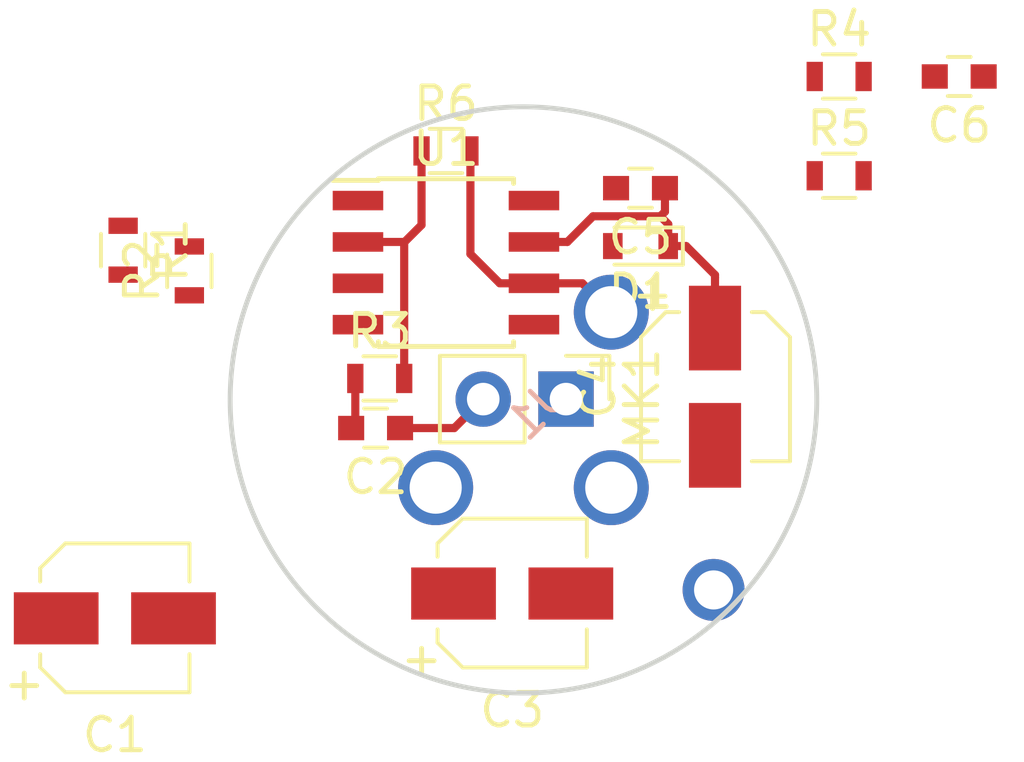
<source format=kicad_pcb>
(kicad_pcb (version 4) (host pcbnew 4.0.7-e2-6376~58~ubuntu16.04.1)

  (general
    (links 27)
    (no_connects 18)
    (area 143.924999 44.924999 162.075001 63.075001)
    (thickness 1.6)
    (drawings 1)
    (tracks 28)
    (zones 0)
    (modules 16)
    (nets 9)
  )

  (page A4)
  (layers
    (0 F.Cu signal)
    (31 B.Cu signal)
    (32 B.Adhes user)
    (33 F.Adhes user)
    (34 B.Paste user)
    (35 F.Paste user)
    (36 B.SilkS user)
    (37 F.SilkS user)
    (38 B.Mask user)
    (39 F.Mask user)
    (40 Dwgs.User user)
    (41 Cmts.User user)
    (42 Eco1.User user)
    (43 Eco2.User user)
    (44 Edge.Cuts user)
    (45 Margin user)
    (46 B.CrtYd user)
    (47 F.CrtYd user)
    (48 B.Fab user)
    (49 F.Fab user)
  )

  (setup
    (last_trace_width 0.25)
    (trace_clearance 0.39)
    (zone_clearance 0.508)
    (zone_45_only no)
    (trace_min 0.2)
    (segment_width 0.2)
    (edge_width 0.15)
    (via_size 0.6)
    (via_drill 0.4)
    (via_min_size 0.4)
    (via_min_drill 0.3)
    (uvia_size 0.3)
    (uvia_drill 0.1)
    (uvias_allowed no)
    (uvia_min_size 0.2)
    (uvia_min_drill 0.1)
    (pcb_text_width 0.3)
    (pcb_text_size 1.5 1.5)
    (mod_edge_width 0.15)
    (mod_text_size 1 1)
    (mod_text_width 0.15)
    (pad_size 1.524 1.524)
    (pad_drill 0.762)
    (pad_to_mask_clearance 0.2)
    (aux_axis_origin 0 0)
    (visible_elements FFFCFF7F)
    (pcbplotparams
      (layerselection 0x00030_80000001)
      (usegerberextensions false)
      (excludeedgelayer true)
      (linewidth 0.100000)
      (plotframeref false)
      (viasonmask false)
      (mode 1)
      (useauxorigin false)
      (hpglpennumber 1)
      (hpglpenspeed 20)
      (hpglpendiameter 15)
      (hpglpenoverlay 2)
      (psnegative false)
      (psa4output false)
      (plotreference true)
      (plotvalue true)
      (plotinvisibletext false)
      (padsonsilk false)
      (subtractmaskfromsilk false)
      (outputformat 1)
      (mirror false)
      (drillshape 1)
      (scaleselection 1)
      (outputdirectory ""))
  )

  (net 0 "")
  (net 1 "Net-(C1-Pad1)")
  (net 2 GNDA)
  (net 3 "Net-(C2-Pad2)")
  (net 4 "Net-(C2-Pad1)")
  (net 5 "Net-(C3-Pad1)")
  (net 6 VCC)
  (net 7 "Net-(D1-Pad2)")
  (net 8 "Net-(R3-Pad2)")

  (net_class Default "This is the default net class."
    (clearance 0.39)
    (trace_width 0.25)
    (via_dia 0.6)
    (via_drill 0.4)
    (uvia_dia 0.3)
    (uvia_drill 0.1)
    (add_net GNDA)
    (add_net "Net-(C1-Pad1)")
    (add_net "Net-(C2-Pad1)")
    (add_net "Net-(C2-Pad2)")
    (add_net "Net-(C3-Pad1)")
    (add_net "Net-(D1-Pad2)")
    (add_net "Net-(R3-Pad2)")
    (add_net VCC)
  )

  (module Housings_SOIC:SOIC-8_3.9x4.9mm_Pitch1.27mm (layer F.Cu) (tedit 58CD0CDA) (tstamp 5A1425DF)
    (at 150.622 49.784)
    (descr "8-Lead Plastic Small Outline (SN) - Narrow, 3.90 mm Body [SOIC] (see Microchip Packaging Specification 00000049BS.pdf)")
    (tags "SOIC 1.27")
    (path /5A148F2B)
    (attr smd)
    (fp_text reference U1 (at 0 -3.5) (layer F.SilkS)
      (effects (font (size 1 1) (thickness 0.15)))
    )
    (fp_text value TLE2021 (at 0 3.5) (layer F.Fab)
      (effects (font (size 1 1) (thickness 0.15)))
    )
    (fp_text user %R (at 0 0) (layer F.Fab)
      (effects (font (size 1 1) (thickness 0.15)))
    )
    (fp_line (start -0.95 -2.45) (end 1.95 -2.45) (layer F.Fab) (width 0.1))
    (fp_line (start 1.95 -2.45) (end 1.95 2.45) (layer F.Fab) (width 0.1))
    (fp_line (start 1.95 2.45) (end -1.95 2.45) (layer F.Fab) (width 0.1))
    (fp_line (start -1.95 2.45) (end -1.95 -1.45) (layer F.Fab) (width 0.1))
    (fp_line (start -1.95 -1.45) (end -0.95 -2.45) (layer F.Fab) (width 0.1))
    (fp_line (start -3.73 -2.7) (end -3.73 2.7) (layer F.CrtYd) (width 0.05))
    (fp_line (start 3.73 -2.7) (end 3.73 2.7) (layer F.CrtYd) (width 0.05))
    (fp_line (start -3.73 -2.7) (end 3.73 -2.7) (layer F.CrtYd) (width 0.05))
    (fp_line (start -3.73 2.7) (end 3.73 2.7) (layer F.CrtYd) (width 0.05))
    (fp_line (start -2.075 -2.575) (end -2.075 -2.525) (layer F.SilkS) (width 0.15))
    (fp_line (start 2.075 -2.575) (end 2.075 -2.43) (layer F.SilkS) (width 0.15))
    (fp_line (start 2.075 2.575) (end 2.075 2.43) (layer F.SilkS) (width 0.15))
    (fp_line (start -2.075 2.575) (end -2.075 2.43) (layer F.SilkS) (width 0.15))
    (fp_line (start -2.075 -2.575) (end 2.075 -2.575) (layer F.SilkS) (width 0.15))
    (fp_line (start -2.075 2.575) (end 2.075 2.575) (layer F.SilkS) (width 0.15))
    (fp_line (start -2.075 -2.525) (end -3.475 -2.525) (layer F.SilkS) (width 0.15))
    (pad 1 smd rect (at -2.7 -1.905) (size 1.55 0.6) (layers F.Cu F.Paste F.Mask))
    (pad 2 smd rect (at -2.7 -0.635) (size 1.55 0.6) (layers F.Cu F.Paste F.Mask)
      (net 8 "Net-(R3-Pad2)"))
    (pad 3 smd rect (at -2.7 0.635) (size 1.55 0.6) (layers F.Cu F.Paste F.Mask)
      (net 5 "Net-(C3-Pad1)"))
    (pad 4 smd rect (at -2.7 1.905) (size 1.55 0.6) (layers F.Cu F.Paste F.Mask)
      (net 2 GNDA))
    (pad 5 smd rect (at 2.7 1.905) (size 1.55 0.6) (layers F.Cu F.Paste F.Mask))
    (pad 6 smd rect (at 2.7 0.635) (size 1.55 0.6) (layers F.Cu F.Paste F.Mask)
      (net 7 "Net-(D1-Pad2)"))
    (pad 7 smd rect (at 2.7 -0.635) (size 1.55 0.6) (layers F.Cu F.Paste F.Mask)
      (net 6 VCC))
    (pad 8 smd rect (at 2.7 -1.905) (size 1.55 0.6) (layers F.Cu F.Paste F.Mask))
    (model ${KISYS3DMOD}/Housings_SOIC.3dshapes/SOIC-8_3.9x4.9mm_Pitch1.27mm.wrl
      (at (xyz 0 0 0))
      (scale (xyz 1 1 1))
      (rotate (xyz 0 0 0))
    )
  )

  (module Capacitors_SMD:CP_Elec_4x4.5 (layer F.Cu) (tedit 58AA85E3) (tstamp 5A14257D)
    (at 140.462 60.706)
    (descr "SMT capacitor, aluminium electrolytic, 4x4.5")
    (path /5A1408CC)
    (attr smd)
    (fp_text reference C1 (at 0 3.58 180) (layer F.SilkS)
      (effects (font (size 1 1) (thickness 0.15)))
    )
    (fp_text value 22u (at 0 -3.45 180) (layer F.Fab)
      (effects (font (size 1 1) (thickness 0.15)))
    )
    (fp_circle (center 0 0) (end 0.1 2.1) (layer F.Fab) (width 0.1))
    (fp_text user + (at -1.24 -0.08) (layer F.Fab)
      (effects (font (size 1 1) (thickness 0.15)))
    )
    (fp_text user + (at -2.78 1.99 180) (layer F.SilkS)
      (effects (font (size 1 1) (thickness 0.15)))
    )
    (fp_text user %R (at 0 3.58 180) (layer F.Fab)
      (effects (font (size 1 1) (thickness 0.15)))
    )
    (fp_line (start 2.13 2.12) (end 2.13 -2.15) (layer F.Fab) (width 0.1))
    (fp_line (start -1.46 2.12) (end 2.13 2.12) (layer F.Fab) (width 0.1))
    (fp_line (start -2.13 1.45) (end -1.46 2.12) (layer F.Fab) (width 0.1))
    (fp_line (start -2.13 -1.47) (end -2.13 1.45) (layer F.Fab) (width 0.1))
    (fp_line (start -1.46 -2.15) (end -2.13 -1.47) (layer F.Fab) (width 0.1))
    (fp_line (start 2.13 -2.15) (end -1.46 -2.15) (layer F.Fab) (width 0.1))
    (fp_line (start 2.29 -2.3) (end 2.29 -1.13) (layer F.SilkS) (width 0.12))
    (fp_line (start 2.29 2.27) (end 2.29 1.1) (layer F.SilkS) (width 0.12))
    (fp_line (start -2.29 1.51) (end -2.29 1.1) (layer F.SilkS) (width 0.12))
    (fp_line (start -2.29 -1.54) (end -2.29 -1.13) (layer F.SilkS) (width 0.12))
    (fp_line (start -1.52 -2.3) (end 2.29 -2.3) (layer F.SilkS) (width 0.12))
    (fp_line (start -1.52 -2.3) (end -2.29 -1.54) (layer F.SilkS) (width 0.12))
    (fp_line (start -1.52 2.27) (end 2.29 2.27) (layer F.SilkS) (width 0.12))
    (fp_line (start -1.52 2.27) (end -2.29 1.51) (layer F.SilkS) (width 0.12))
    (fp_line (start -3.35 -2.4) (end 3.35 -2.4) (layer F.CrtYd) (width 0.05))
    (fp_line (start -3.35 -2.4) (end -3.35 2.37) (layer F.CrtYd) (width 0.05))
    (fp_line (start 3.35 2.37) (end 3.35 -2.4) (layer F.CrtYd) (width 0.05))
    (fp_line (start 3.35 2.37) (end -3.35 2.37) (layer F.CrtYd) (width 0.05))
    (pad 1 smd rect (at -1.8 0 180) (size 2.6 1.6) (layers F.Cu F.Paste F.Mask)
      (net 1 "Net-(C1-Pad1)"))
    (pad 2 smd rect (at 1.8 0 180) (size 2.6 1.6) (layers F.Cu F.Paste F.Mask)
      (net 2 GNDA))
    (model Capacitors_SMD.3dshapes/CP_Elec_4x4.5.wrl
      (at (xyz 0 0 0))
      (scale (xyz 1 1 1))
      (rotate (xyz 0 0 180))
    )
  )

  (module Capacitors_SMD:C_0603 (layer F.Cu) (tedit 59958EE7) (tstamp 5A142583)
    (at 148.463 54.864 180)
    (descr "Capacitor SMD 0603, reflow soldering, AVX (see smccp.pdf)")
    (tags "capacitor 0603")
    (path /5A1408C9)
    (attr smd)
    (fp_text reference C2 (at 0 -1.5 180) (layer F.SilkS)
      (effects (font (size 1 1) (thickness 0.15)))
    )
    (fp_text value 470n (at 0 1.5 180) (layer F.Fab)
      (effects (font (size 1 1) (thickness 0.15)))
    )
    (fp_line (start 1.4 0.65) (end -1.4 0.65) (layer F.CrtYd) (width 0.05))
    (fp_line (start 1.4 0.65) (end 1.4 -0.65) (layer F.CrtYd) (width 0.05))
    (fp_line (start -1.4 -0.65) (end -1.4 0.65) (layer F.CrtYd) (width 0.05))
    (fp_line (start -1.4 -0.65) (end 1.4 -0.65) (layer F.CrtYd) (width 0.05))
    (fp_line (start 0.35 0.6) (end -0.35 0.6) (layer F.SilkS) (width 0.12))
    (fp_line (start -0.35 -0.6) (end 0.35 -0.6) (layer F.SilkS) (width 0.12))
    (fp_line (start -0.8 -0.4) (end 0.8 -0.4) (layer F.Fab) (width 0.1))
    (fp_line (start 0.8 -0.4) (end 0.8 0.4) (layer F.Fab) (width 0.1))
    (fp_line (start 0.8 0.4) (end -0.8 0.4) (layer F.Fab) (width 0.1))
    (fp_line (start -0.8 0.4) (end -0.8 -0.4) (layer F.Fab) (width 0.1))
    (fp_text user %R (at 0 0 180) (layer F.Fab)
      (effects (font (size 0.3 0.3) (thickness 0.075)))
    )
    (pad 2 smd rect (at 0.75 0 180) (size 0.8 0.75) (layers F.Cu F.Paste F.Mask)
      (net 3 "Net-(C2-Pad2)"))
    (pad 1 smd rect (at -0.75 0 180) (size 0.8 0.75) (layers F.Cu F.Paste F.Mask)
      (net 4 "Net-(C2-Pad1)"))
    (model Capacitors_SMD.3dshapes/C_0603.wrl
      (at (xyz 0 0 0))
      (scale (xyz 1 1 1))
      (rotate (xyz 0 0 0))
    )
  )

  (module Capacitors_SMD:CP_Elec_4x4.5 (layer F.Cu) (tedit 58AA85E3) (tstamp 5A142589)
    (at 152.654 59.944)
    (descr "SMT capacitor, aluminium electrolytic, 4x4.5")
    (path /5A1408D2)
    (attr smd)
    (fp_text reference C3 (at 0 3.58 180) (layer F.SilkS)
      (effects (font (size 1 1) (thickness 0.15)))
    )
    (fp_text value 22u (at 0 -3.45 180) (layer F.Fab)
      (effects (font (size 1 1) (thickness 0.15)))
    )
    (fp_circle (center 0 0) (end 0.1 2.1) (layer F.Fab) (width 0.1))
    (fp_text user + (at -1.24 -0.08) (layer F.Fab)
      (effects (font (size 1 1) (thickness 0.15)))
    )
    (fp_text user + (at -2.78 1.99 180) (layer F.SilkS)
      (effects (font (size 1 1) (thickness 0.15)))
    )
    (fp_text user %R (at 0 3.58 180) (layer F.Fab)
      (effects (font (size 1 1) (thickness 0.15)))
    )
    (fp_line (start 2.13 2.12) (end 2.13 -2.15) (layer F.Fab) (width 0.1))
    (fp_line (start -1.46 2.12) (end 2.13 2.12) (layer F.Fab) (width 0.1))
    (fp_line (start -2.13 1.45) (end -1.46 2.12) (layer F.Fab) (width 0.1))
    (fp_line (start -2.13 -1.47) (end -2.13 1.45) (layer F.Fab) (width 0.1))
    (fp_line (start -1.46 -2.15) (end -2.13 -1.47) (layer F.Fab) (width 0.1))
    (fp_line (start 2.13 -2.15) (end -1.46 -2.15) (layer F.Fab) (width 0.1))
    (fp_line (start 2.29 -2.3) (end 2.29 -1.13) (layer F.SilkS) (width 0.12))
    (fp_line (start 2.29 2.27) (end 2.29 1.1) (layer F.SilkS) (width 0.12))
    (fp_line (start -2.29 1.51) (end -2.29 1.1) (layer F.SilkS) (width 0.12))
    (fp_line (start -2.29 -1.54) (end -2.29 -1.13) (layer F.SilkS) (width 0.12))
    (fp_line (start -1.52 -2.3) (end 2.29 -2.3) (layer F.SilkS) (width 0.12))
    (fp_line (start -1.52 -2.3) (end -2.29 -1.54) (layer F.SilkS) (width 0.12))
    (fp_line (start -1.52 2.27) (end 2.29 2.27) (layer F.SilkS) (width 0.12))
    (fp_line (start -1.52 2.27) (end -2.29 1.51) (layer F.SilkS) (width 0.12))
    (fp_line (start -3.35 -2.4) (end 3.35 -2.4) (layer F.CrtYd) (width 0.05))
    (fp_line (start -3.35 -2.4) (end -3.35 2.37) (layer F.CrtYd) (width 0.05))
    (fp_line (start 3.35 2.37) (end 3.35 -2.4) (layer F.CrtYd) (width 0.05))
    (fp_line (start 3.35 2.37) (end -3.35 2.37) (layer F.CrtYd) (width 0.05))
    (pad 1 smd rect (at -1.8 0 180) (size 2.6 1.6) (layers F.Cu F.Paste F.Mask)
      (net 5 "Net-(C3-Pad1)"))
    (pad 2 smd rect (at 1.8 0 180) (size 2.6 1.6) (layers F.Cu F.Paste F.Mask)
      (net 2 GNDA))
    (model Capacitors_SMD.3dshapes/CP_Elec_4x4.5.wrl
      (at (xyz 0 0 0))
      (scale (xyz 1 1 1))
      (rotate (xyz 0 0 180))
    )
  )

  (module Capacitors_SMD:CP_Elec_4x4.5 (layer F.Cu) (tedit 58AA85E3) (tstamp 5A14258F)
    (at 158.877 53.594 270)
    (descr "SMT capacitor, aluminium electrolytic, 4x4.5")
    (path /5A14D5E6)
    (attr smd)
    (fp_text reference C4 (at 0 3.58 450) (layer F.SilkS)
      (effects (font (size 1 1) (thickness 0.15)))
    )
    (fp_text value 22u (at 0 -3.45 450) (layer F.Fab)
      (effects (font (size 1 1) (thickness 0.15)))
    )
    (fp_circle (center 0 0) (end 0.1 2.1) (layer F.Fab) (width 0.1))
    (fp_text user + (at -1.24 -0.08 270) (layer F.Fab)
      (effects (font (size 1 1) (thickness 0.15)))
    )
    (fp_text user + (at -2.78 1.99 450) (layer F.SilkS)
      (effects (font (size 1 1) (thickness 0.15)))
    )
    (fp_text user %R (at 0 3.58 450) (layer F.Fab)
      (effects (font (size 1 1) (thickness 0.15)))
    )
    (fp_line (start 2.13 2.12) (end 2.13 -2.15) (layer F.Fab) (width 0.1))
    (fp_line (start -1.46 2.12) (end 2.13 2.12) (layer F.Fab) (width 0.1))
    (fp_line (start -2.13 1.45) (end -1.46 2.12) (layer F.Fab) (width 0.1))
    (fp_line (start -2.13 -1.47) (end -2.13 1.45) (layer F.Fab) (width 0.1))
    (fp_line (start -1.46 -2.15) (end -2.13 -1.47) (layer F.Fab) (width 0.1))
    (fp_line (start 2.13 -2.15) (end -1.46 -2.15) (layer F.Fab) (width 0.1))
    (fp_line (start 2.29 -2.3) (end 2.29 -1.13) (layer F.SilkS) (width 0.12))
    (fp_line (start 2.29 2.27) (end 2.29 1.1) (layer F.SilkS) (width 0.12))
    (fp_line (start -2.29 1.51) (end -2.29 1.1) (layer F.SilkS) (width 0.12))
    (fp_line (start -2.29 -1.54) (end -2.29 -1.13) (layer F.SilkS) (width 0.12))
    (fp_line (start -1.52 -2.3) (end 2.29 -2.3) (layer F.SilkS) (width 0.12))
    (fp_line (start -1.52 -2.3) (end -2.29 -1.54) (layer F.SilkS) (width 0.12))
    (fp_line (start -1.52 2.27) (end 2.29 2.27) (layer F.SilkS) (width 0.12))
    (fp_line (start -1.52 2.27) (end -2.29 1.51) (layer F.SilkS) (width 0.12))
    (fp_line (start -3.35 -2.4) (end 3.35 -2.4) (layer F.CrtYd) (width 0.05))
    (fp_line (start -3.35 -2.4) (end -3.35 2.37) (layer F.CrtYd) (width 0.05))
    (fp_line (start 3.35 2.37) (end 3.35 -2.4) (layer F.CrtYd) (width 0.05))
    (fp_line (start 3.35 2.37) (end -3.35 2.37) (layer F.CrtYd) (width 0.05))
    (pad 1 smd rect (at -1.8 0 90) (size 2.6 1.6) (layers F.Cu F.Paste F.Mask)
      (net 6 VCC))
    (pad 2 smd rect (at 1.8 0 90) (size 2.6 1.6) (layers F.Cu F.Paste F.Mask)
      (net 2 GNDA))
    (model Capacitors_SMD.3dshapes/CP_Elec_4x4.5.wrl
      (at (xyz 0 0 0))
      (scale (xyz 1 1 1))
      (rotate (xyz 0 0 180))
    )
  )

  (module Capacitors_SMD:C_0603 (layer F.Cu) (tedit 59958EE7) (tstamp 5A142595)
    (at 156.591 47.498 180)
    (descr "Capacitor SMD 0603, reflow soldering, AVX (see smccp.pdf)")
    (tags "capacitor 0603")
    (path /5A14F08B)
    (attr smd)
    (fp_text reference C5 (at 0 -1.5 180) (layer F.SilkS)
      (effects (font (size 1 1) (thickness 0.15)))
    )
    (fp_text value 100u (at 0 1.5 180) (layer F.Fab)
      (effects (font (size 1 1) (thickness 0.15)))
    )
    (fp_line (start 1.4 0.65) (end -1.4 0.65) (layer F.CrtYd) (width 0.05))
    (fp_line (start 1.4 0.65) (end 1.4 -0.65) (layer F.CrtYd) (width 0.05))
    (fp_line (start -1.4 -0.65) (end -1.4 0.65) (layer F.CrtYd) (width 0.05))
    (fp_line (start -1.4 -0.65) (end 1.4 -0.65) (layer F.CrtYd) (width 0.05))
    (fp_line (start 0.35 0.6) (end -0.35 0.6) (layer F.SilkS) (width 0.12))
    (fp_line (start -0.35 -0.6) (end 0.35 -0.6) (layer F.SilkS) (width 0.12))
    (fp_line (start -0.8 -0.4) (end 0.8 -0.4) (layer F.Fab) (width 0.1))
    (fp_line (start 0.8 -0.4) (end 0.8 0.4) (layer F.Fab) (width 0.1))
    (fp_line (start 0.8 0.4) (end -0.8 0.4) (layer F.Fab) (width 0.1))
    (fp_line (start -0.8 0.4) (end -0.8 -0.4) (layer F.Fab) (width 0.1))
    (fp_text user %R (at 0 0 180) (layer F.Fab)
      (effects (font (size 0.3 0.3) (thickness 0.075)))
    )
    (pad 2 smd rect (at 0.75 0 180) (size 0.8 0.75) (layers F.Cu F.Paste F.Mask)
      (net 2 GNDA))
    (pad 1 smd rect (at -0.75 0 180) (size 0.8 0.75) (layers F.Cu F.Paste F.Mask)
      (net 6 VCC))
    (model Capacitors_SMD.3dshapes/C_0603.wrl
      (at (xyz 0 0 0))
      (scale (xyz 1 1 1))
      (rotate (xyz 0 0 0))
    )
  )

  (module Capacitors_SMD:C_0603 (layer F.Cu) (tedit 59958EE7) (tstamp 5A14259B)
    (at 166.37 44.069 180)
    (descr "Capacitor SMD 0603, reflow soldering, AVX (see smccp.pdf)")
    (tags "capacitor 0603")
    (path /5A1408DF)
    (attr smd)
    (fp_text reference C6 (at 0 -1.5 180) (layer F.SilkS)
      (effects (font (size 1 1) (thickness 0.15)))
    )
    (fp_text value 100u (at 0 1.5 180) (layer F.Fab)
      (effects (font (size 1 1) (thickness 0.15)))
    )
    (fp_line (start 1.4 0.65) (end -1.4 0.65) (layer F.CrtYd) (width 0.05))
    (fp_line (start 1.4 0.65) (end 1.4 -0.65) (layer F.CrtYd) (width 0.05))
    (fp_line (start -1.4 -0.65) (end -1.4 0.65) (layer F.CrtYd) (width 0.05))
    (fp_line (start -1.4 -0.65) (end 1.4 -0.65) (layer F.CrtYd) (width 0.05))
    (fp_line (start 0.35 0.6) (end -0.35 0.6) (layer F.SilkS) (width 0.12))
    (fp_line (start -0.35 -0.6) (end 0.35 -0.6) (layer F.SilkS) (width 0.12))
    (fp_line (start -0.8 -0.4) (end 0.8 -0.4) (layer F.Fab) (width 0.1))
    (fp_line (start 0.8 -0.4) (end 0.8 0.4) (layer F.Fab) (width 0.1))
    (fp_line (start 0.8 0.4) (end -0.8 0.4) (layer F.Fab) (width 0.1))
    (fp_line (start -0.8 0.4) (end -0.8 -0.4) (layer F.Fab) (width 0.1))
    (fp_text user %R (at 0 0 180) (layer F.Fab)
      (effects (font (size 0.3 0.3) (thickness 0.075)))
    )
    (pad 2 smd rect (at 0.75 0 180) (size 0.8 0.75) (layers F.Cu F.Paste F.Mask)
      (net 2 GNDA))
    (pad 1 smd rect (at -0.75 0 180) (size 0.8 0.75) (layers F.Cu F.Paste F.Mask)
      (net 6 VCC))
    (model Capacitors_SMD.3dshapes/C_0603.wrl
      (at (xyz 0 0 0))
      (scale (xyz 1 1 1))
      (rotate (xyz 0 0 0))
    )
  )

  (module Diodes_SMD:D_0603 (layer F.Cu) (tedit 590CE922) (tstamp 5A1425A1)
    (at 156.591 49.276 180)
    (descr "Diode SMD in 0603 package http://datasheets.avx.com/schottky.pdf")
    (tags "smd diode")
    (path /5A14D0A3)
    (attr smd)
    (fp_text reference D1 (at 0 -1.4 180) (layer F.SilkS)
      (effects (font (size 1 1) (thickness 0.15)))
    )
    (fp_text value D_Schottky (at 0 1.4 180) (layer F.Fab)
      (effects (font (size 1 1) (thickness 0.15)))
    )
    (fp_text user %R (at 0 -1.4 180) (layer F.Fab)
      (effects (font (size 1 1) (thickness 0.15)))
    )
    (fp_line (start -1.3 -0.57) (end -1.3 0.57) (layer F.SilkS) (width 0.12))
    (fp_line (start 1.4 0.67) (end 1.4 -0.67) (layer F.CrtYd) (width 0.05))
    (fp_line (start -1.4 0.67) (end 1.4 0.67) (layer F.CrtYd) (width 0.05))
    (fp_line (start -1.4 -0.67) (end -1.4 0.67) (layer F.CrtYd) (width 0.05))
    (fp_line (start 1.4 -0.67) (end -1.4 -0.67) (layer F.CrtYd) (width 0.05))
    (fp_line (start 0.2 0) (end 0.4 0) (layer F.Fab) (width 0.1))
    (fp_line (start -0.1 0) (end -0.3 0) (layer F.Fab) (width 0.1))
    (fp_line (start -0.1 -0.2) (end -0.1 0.2) (layer F.Fab) (width 0.1))
    (fp_line (start 0.2 0.2) (end 0.2 -0.2) (layer F.Fab) (width 0.1))
    (fp_line (start -0.1 0) (end 0.2 0.2) (layer F.Fab) (width 0.1))
    (fp_line (start 0.2 -0.2) (end -0.1 0) (layer F.Fab) (width 0.1))
    (fp_line (start -0.8 0.45) (end -0.8 -0.45) (layer F.Fab) (width 0.1))
    (fp_line (start 0.8 0.45) (end -0.8 0.45) (layer F.Fab) (width 0.1))
    (fp_line (start 0.8 -0.45) (end 0.8 0.45) (layer F.Fab) (width 0.1))
    (fp_line (start -0.8 -0.45) (end 0.8 -0.45) (layer F.Fab) (width 0.1))
    (fp_line (start -1.3 0.57) (end 0.8 0.57) (layer F.SilkS) (width 0.12))
    (fp_line (start -1.3 -0.57) (end 0.8 -0.57) (layer F.SilkS) (width 0.12))
    (pad 1 smd rect (at -0.85 0 180) (size 0.6 0.8) (layers F.Cu F.Paste F.Mask)
      (net 6 VCC))
    (pad 2 smd rect (at 0.85 0 180) (size 0.6 0.8) (layers F.Cu F.Paste F.Mask)
      (net 7 "Net-(D1-Pad2)"))
    (model ${KISYS3DMOD}/Diodes_SMD.3dshapes/D_0603.wrl
      (at (xyz 0 0 0))
      (scale (xyz 1 1 1))
      (rotate (xyz 0 0 0))
    )
  )

  (module marek_footprint:XLR-3 (layer B.Cu) (tedit 5A142325) (tstamp 5A1425A9)
    (at 153 54 225)
    (path /5A1494C3)
    (fp_text reference J1 (at 0 -0.5 225) (layer B.SilkS)
      (effects (font (size 1 1) (thickness 0.15)) (justify mirror))
    )
    (fp_text value XLR3 (at 0 0.5 225) (layer B.Fab)
      (effects (font (size 1 1) (thickness 0.15)) (justify mirror))
    )
    (pad 1 thru_hole circle (at 3.81 0 225) (size 2.3 2.3) (drill 1.6) (layers *.Cu *.Mask)
      (net 2 GNDA))
    (pad 2 thru_hole circle (at -3.81 0 225) (size 2.3 2.3) (drill 1.6) (layers *.Cu *.Mask)
      (net 7 "Net-(D1-Pad2)"))
    (pad 3 thru_hole circle (at 0 -3.81 225) (size 2.3 2.3) (drill 1.6) (layers *.Cu *.Mask))
    (pad 4 thru_hole circle (at 0 -8.25 225) (size 1.9 1.9) (drill 1.2) (layers *.Cu *.Mask))
  )

  (module Pin_Headers:Pin_Header_Straight_1x02_Pitch2.54mm (layer F.Cu) (tedit 59650532) (tstamp 5A1425AF)
    (at 154.305 53.975 270)
    (descr "Through hole straight pin header, 1x02, 2.54mm pitch, single row")
    (tags "Through hole pin header THT 1x02 2.54mm single row")
    (path /5A1408CE)
    (fp_text reference MK1 (at 0 -2.33 270) (layer F.SilkS)
      (effects (font (size 1 1) (thickness 0.15)))
    )
    (fp_text value Mic_US (at 0 4.87 270) (layer F.Fab)
      (effects (font (size 1 1) (thickness 0.15)))
    )
    (fp_line (start -0.635 -1.27) (end 1.27 -1.27) (layer F.Fab) (width 0.1))
    (fp_line (start 1.27 -1.27) (end 1.27 3.81) (layer F.Fab) (width 0.1))
    (fp_line (start 1.27 3.81) (end -1.27 3.81) (layer F.Fab) (width 0.1))
    (fp_line (start -1.27 3.81) (end -1.27 -0.635) (layer F.Fab) (width 0.1))
    (fp_line (start -1.27 -0.635) (end -0.635 -1.27) (layer F.Fab) (width 0.1))
    (fp_line (start -1.33 3.87) (end 1.33 3.87) (layer F.SilkS) (width 0.12))
    (fp_line (start -1.33 1.27) (end -1.33 3.87) (layer F.SilkS) (width 0.12))
    (fp_line (start 1.33 1.27) (end 1.33 3.87) (layer F.SilkS) (width 0.12))
    (fp_line (start -1.33 1.27) (end 1.33 1.27) (layer F.SilkS) (width 0.12))
    (fp_line (start -1.33 0) (end -1.33 -1.33) (layer F.SilkS) (width 0.12))
    (fp_line (start -1.33 -1.33) (end 0 -1.33) (layer F.SilkS) (width 0.12))
    (fp_line (start -1.8 -1.8) (end -1.8 4.35) (layer F.CrtYd) (width 0.05))
    (fp_line (start -1.8 4.35) (end 1.8 4.35) (layer F.CrtYd) (width 0.05))
    (fp_line (start 1.8 4.35) (end 1.8 -1.8) (layer F.CrtYd) (width 0.05))
    (fp_line (start 1.8 -1.8) (end -1.8 -1.8) (layer F.CrtYd) (width 0.05))
    (fp_text user %R (at 0 1.27 360) (layer F.Fab)
      (effects (font (size 1 1) (thickness 0.15)))
    )
    (pad 1 thru_hole rect (at 0 0 270) (size 1.7 1.7) (drill 1) (layers *.Cu *.Mask)
      (net 2 GNDA))
    (pad 2 thru_hole oval (at 0 2.54 270) (size 1.7 1.7) (drill 1) (layers *.Cu *.Mask)
      (net 4 "Net-(C2-Pad1)"))
    (model ${KISYS3DMOD}/Pin_Headers.3dshapes/Pin_Header_Straight_1x02_Pitch2.54mm.wrl
      (at (xyz 0 0 0))
      (scale (xyz 1 1 1))
      (rotate (xyz 0 0 0))
    )
  )

  (module Resistors_SMD:R_0603 (layer F.Cu) (tedit 58E0A804) (tstamp 5A1425B5)
    (at 140.716 49.403 270)
    (descr "Resistor SMD 0603, reflow soldering, Vishay (see dcrcw.pdf)")
    (tags "resistor 0603")
    (path /5A1408CB)
    (attr smd)
    (fp_text reference R1 (at 0 -1.45 270) (layer F.SilkS)
      (effects (font (size 1 1) (thickness 0.15)))
    )
    (fp_text value 1K8 (at 0 1.5 270) (layer F.Fab)
      (effects (font (size 1 1) (thickness 0.15)))
    )
    (fp_text user %R (at 0 0 270) (layer F.Fab)
      (effects (font (size 0.4 0.4) (thickness 0.075)))
    )
    (fp_line (start -0.8 0.4) (end -0.8 -0.4) (layer F.Fab) (width 0.1))
    (fp_line (start 0.8 0.4) (end -0.8 0.4) (layer F.Fab) (width 0.1))
    (fp_line (start 0.8 -0.4) (end 0.8 0.4) (layer F.Fab) (width 0.1))
    (fp_line (start -0.8 -0.4) (end 0.8 -0.4) (layer F.Fab) (width 0.1))
    (fp_line (start 0.5 0.68) (end -0.5 0.68) (layer F.SilkS) (width 0.12))
    (fp_line (start -0.5 -0.68) (end 0.5 -0.68) (layer F.SilkS) (width 0.12))
    (fp_line (start -1.25 -0.7) (end 1.25 -0.7) (layer F.CrtYd) (width 0.05))
    (fp_line (start -1.25 -0.7) (end -1.25 0.7) (layer F.CrtYd) (width 0.05))
    (fp_line (start 1.25 0.7) (end 1.25 -0.7) (layer F.CrtYd) (width 0.05))
    (fp_line (start 1.25 0.7) (end -1.25 0.7) (layer F.CrtYd) (width 0.05))
    (pad 1 smd rect (at -0.75 0 270) (size 0.5 0.9) (layers F.Cu F.Paste F.Mask)
      (net 6 VCC))
    (pad 2 smd rect (at 0.75 0 270) (size 0.5 0.9) (layers F.Cu F.Paste F.Mask)
      (net 1 "Net-(C1-Pad1)"))
    (model ${KISYS3DMOD}/Resistors_SMD.3dshapes/R_0603.wrl
      (at (xyz 0 0 0))
      (scale (xyz 1 1 1))
      (rotate (xyz 0 0 0))
    )
  )

  (module Resistors_SMD:R_0603 (layer F.Cu) (tedit 58E0A804) (tstamp 5A1425BB)
    (at 142.748 50.038 90)
    (descr "Resistor SMD 0603, reflow soldering, Vishay (see dcrcw.pdf)")
    (tags "resistor 0603")
    (path /5A1408CA)
    (attr smd)
    (fp_text reference R2 (at 0 -1.45 90) (layer F.SilkS)
      (effects (font (size 1 1) (thickness 0.15)))
    )
    (fp_text value 8K2 (at 0 1.5 90) (layer F.Fab)
      (effects (font (size 1 1) (thickness 0.15)))
    )
    (fp_text user %R (at 0 0 90) (layer F.Fab)
      (effects (font (size 0.4 0.4) (thickness 0.075)))
    )
    (fp_line (start -0.8 0.4) (end -0.8 -0.4) (layer F.Fab) (width 0.1))
    (fp_line (start 0.8 0.4) (end -0.8 0.4) (layer F.Fab) (width 0.1))
    (fp_line (start 0.8 -0.4) (end 0.8 0.4) (layer F.Fab) (width 0.1))
    (fp_line (start -0.8 -0.4) (end 0.8 -0.4) (layer F.Fab) (width 0.1))
    (fp_line (start 0.5 0.68) (end -0.5 0.68) (layer F.SilkS) (width 0.12))
    (fp_line (start -0.5 -0.68) (end 0.5 -0.68) (layer F.SilkS) (width 0.12))
    (fp_line (start -1.25 -0.7) (end 1.25 -0.7) (layer F.CrtYd) (width 0.05))
    (fp_line (start -1.25 -0.7) (end -1.25 0.7) (layer F.CrtYd) (width 0.05))
    (fp_line (start 1.25 0.7) (end 1.25 -0.7) (layer F.CrtYd) (width 0.05))
    (fp_line (start 1.25 0.7) (end -1.25 0.7) (layer F.CrtYd) (width 0.05))
    (pad 1 smd rect (at -0.75 0 90) (size 0.5 0.9) (layers F.Cu F.Paste F.Mask)
      (net 1 "Net-(C1-Pad1)"))
    (pad 2 smd rect (at 0.75 0 90) (size 0.5 0.9) (layers F.Cu F.Paste F.Mask)
      (net 4 "Net-(C2-Pad1)"))
    (model ${KISYS3DMOD}/Resistors_SMD.3dshapes/R_0603.wrl
      (at (xyz 0 0 0))
      (scale (xyz 1 1 1))
      (rotate (xyz 0 0 0))
    )
  )

  (module Resistors_SMD:R_0603 (layer F.Cu) (tedit 58E0A804) (tstamp 5A1425C1)
    (at 148.59 53.34)
    (descr "Resistor SMD 0603, reflow soldering, Vishay (see dcrcw.pdf)")
    (tags "resistor 0603")
    (path /5A1408C8)
    (attr smd)
    (fp_text reference R3 (at 0 -1.45) (layer F.SilkS)
      (effects (font (size 1 1) (thickness 0.15)))
    )
    (fp_text value 1K (at 0 1.5) (layer F.Fab)
      (effects (font (size 1 1) (thickness 0.15)))
    )
    (fp_text user %R (at 0 0) (layer F.Fab)
      (effects (font (size 0.4 0.4) (thickness 0.075)))
    )
    (fp_line (start -0.8 0.4) (end -0.8 -0.4) (layer F.Fab) (width 0.1))
    (fp_line (start 0.8 0.4) (end -0.8 0.4) (layer F.Fab) (width 0.1))
    (fp_line (start 0.8 -0.4) (end 0.8 0.4) (layer F.Fab) (width 0.1))
    (fp_line (start -0.8 -0.4) (end 0.8 -0.4) (layer F.Fab) (width 0.1))
    (fp_line (start 0.5 0.68) (end -0.5 0.68) (layer F.SilkS) (width 0.12))
    (fp_line (start -0.5 -0.68) (end 0.5 -0.68) (layer F.SilkS) (width 0.12))
    (fp_line (start -1.25 -0.7) (end 1.25 -0.7) (layer F.CrtYd) (width 0.05))
    (fp_line (start -1.25 -0.7) (end -1.25 0.7) (layer F.CrtYd) (width 0.05))
    (fp_line (start 1.25 0.7) (end 1.25 -0.7) (layer F.CrtYd) (width 0.05))
    (fp_line (start 1.25 0.7) (end -1.25 0.7) (layer F.CrtYd) (width 0.05))
    (pad 1 smd rect (at -0.75 0) (size 0.5 0.9) (layers F.Cu F.Paste F.Mask)
      (net 3 "Net-(C2-Pad2)"))
    (pad 2 smd rect (at 0.75 0) (size 0.5 0.9) (layers F.Cu F.Paste F.Mask)
      (net 8 "Net-(R3-Pad2)"))
    (model ${KISYS3DMOD}/Resistors_SMD.3dshapes/R_0603.wrl
      (at (xyz 0 0 0))
      (scale (xyz 1 1 1))
      (rotate (xyz 0 0 0))
    )
  )

  (module Resistors_SMD:R_0603 (layer F.Cu) (tedit 58E0A804) (tstamp 5A1425C7)
    (at 162.687 44.069)
    (descr "Resistor SMD 0603, reflow soldering, Vishay (see dcrcw.pdf)")
    (tags "resistor 0603")
    (path /5A1408D5)
    (attr smd)
    (fp_text reference R4 (at 0 -1.45) (layer F.SilkS)
      (effects (font (size 1 1) (thickness 0.15)))
    )
    (fp_text value 10K (at 0 1.5) (layer F.Fab)
      (effects (font (size 1 1) (thickness 0.15)))
    )
    (fp_text user %R (at 0 0) (layer F.Fab)
      (effects (font (size 0.4 0.4) (thickness 0.075)))
    )
    (fp_line (start -0.8 0.4) (end -0.8 -0.4) (layer F.Fab) (width 0.1))
    (fp_line (start 0.8 0.4) (end -0.8 0.4) (layer F.Fab) (width 0.1))
    (fp_line (start 0.8 -0.4) (end 0.8 0.4) (layer F.Fab) (width 0.1))
    (fp_line (start -0.8 -0.4) (end 0.8 -0.4) (layer F.Fab) (width 0.1))
    (fp_line (start 0.5 0.68) (end -0.5 0.68) (layer F.SilkS) (width 0.12))
    (fp_line (start -0.5 -0.68) (end 0.5 -0.68) (layer F.SilkS) (width 0.12))
    (fp_line (start -1.25 -0.7) (end 1.25 -0.7) (layer F.CrtYd) (width 0.05))
    (fp_line (start -1.25 -0.7) (end -1.25 0.7) (layer F.CrtYd) (width 0.05))
    (fp_line (start 1.25 0.7) (end 1.25 -0.7) (layer F.CrtYd) (width 0.05))
    (fp_line (start 1.25 0.7) (end -1.25 0.7) (layer F.CrtYd) (width 0.05))
    (pad 1 smd rect (at -0.75 0) (size 0.5 0.9) (layers F.Cu F.Paste F.Mask)
      (net 6 VCC))
    (pad 2 smd rect (at 0.75 0) (size 0.5 0.9) (layers F.Cu F.Paste F.Mask)
      (net 5 "Net-(C3-Pad1)"))
    (model ${KISYS3DMOD}/Resistors_SMD.3dshapes/R_0603.wrl
      (at (xyz 0 0 0))
      (scale (xyz 1 1 1))
      (rotate (xyz 0 0 0))
    )
  )

  (module Resistors_SMD:R_0603 (layer F.Cu) (tedit 58E0A804) (tstamp 5A1425CD)
    (at 162.687 47.117)
    (descr "Resistor SMD 0603, reflow soldering, Vishay (see dcrcw.pdf)")
    (tags "resistor 0603")
    (path /5A1408D7)
    (attr smd)
    (fp_text reference R5 (at 0 -1.45) (layer F.SilkS)
      (effects (font (size 1 1) (thickness 0.15)))
    )
    (fp_text value 10K (at 0 1.5) (layer F.Fab)
      (effects (font (size 1 1) (thickness 0.15)))
    )
    (fp_text user %R (at 0 0) (layer F.Fab)
      (effects (font (size 0.4 0.4) (thickness 0.075)))
    )
    (fp_line (start -0.8 0.4) (end -0.8 -0.4) (layer F.Fab) (width 0.1))
    (fp_line (start 0.8 0.4) (end -0.8 0.4) (layer F.Fab) (width 0.1))
    (fp_line (start 0.8 -0.4) (end 0.8 0.4) (layer F.Fab) (width 0.1))
    (fp_line (start -0.8 -0.4) (end 0.8 -0.4) (layer F.Fab) (width 0.1))
    (fp_line (start 0.5 0.68) (end -0.5 0.68) (layer F.SilkS) (width 0.12))
    (fp_line (start -0.5 -0.68) (end 0.5 -0.68) (layer F.SilkS) (width 0.12))
    (fp_line (start -1.25 -0.7) (end 1.25 -0.7) (layer F.CrtYd) (width 0.05))
    (fp_line (start -1.25 -0.7) (end -1.25 0.7) (layer F.CrtYd) (width 0.05))
    (fp_line (start 1.25 0.7) (end 1.25 -0.7) (layer F.CrtYd) (width 0.05))
    (fp_line (start 1.25 0.7) (end -1.25 0.7) (layer F.CrtYd) (width 0.05))
    (pad 1 smd rect (at -0.75 0) (size 0.5 0.9) (layers F.Cu F.Paste F.Mask)
      (net 5 "Net-(C3-Pad1)"))
    (pad 2 smd rect (at 0.75 0) (size 0.5 0.9) (layers F.Cu F.Paste F.Mask)
      (net 2 GNDA))
    (model ${KISYS3DMOD}/Resistors_SMD.3dshapes/R_0603.wrl
      (at (xyz 0 0 0))
      (scale (xyz 1 1 1))
      (rotate (xyz 0 0 0))
    )
  )

  (module Resistors_SMD:R_0603 (layer F.Cu) (tedit 58E0A804) (tstamp 5A1425D3)
    (at 150.622 46.355)
    (descr "Resistor SMD 0603, reflow soldering, Vishay (see dcrcw.pdf)")
    (tags "resistor 0603")
    (path /5A1408C6)
    (attr smd)
    (fp_text reference R6 (at 0 -1.45) (layer F.SilkS)
      (effects (font (size 1 1) (thickness 0.15)))
    )
    (fp_text value 10K (at 0 1.5) (layer F.Fab)
      (effects (font (size 1 1) (thickness 0.15)))
    )
    (fp_text user %R (at 0 0) (layer F.Fab)
      (effects (font (size 0.4 0.4) (thickness 0.075)))
    )
    (fp_line (start -0.8 0.4) (end -0.8 -0.4) (layer F.Fab) (width 0.1))
    (fp_line (start 0.8 0.4) (end -0.8 0.4) (layer F.Fab) (width 0.1))
    (fp_line (start 0.8 -0.4) (end 0.8 0.4) (layer F.Fab) (width 0.1))
    (fp_line (start -0.8 -0.4) (end 0.8 -0.4) (layer F.Fab) (width 0.1))
    (fp_line (start 0.5 0.68) (end -0.5 0.68) (layer F.SilkS) (width 0.12))
    (fp_line (start -0.5 -0.68) (end 0.5 -0.68) (layer F.SilkS) (width 0.12))
    (fp_line (start -1.25 -0.7) (end 1.25 -0.7) (layer F.CrtYd) (width 0.05))
    (fp_line (start -1.25 -0.7) (end -1.25 0.7) (layer F.CrtYd) (width 0.05))
    (fp_line (start 1.25 0.7) (end 1.25 -0.7) (layer F.CrtYd) (width 0.05))
    (fp_line (start 1.25 0.7) (end -1.25 0.7) (layer F.CrtYd) (width 0.05))
    (pad 1 smd rect (at -0.75 0) (size 0.5 0.9) (layers F.Cu F.Paste F.Mask)
      (net 8 "Net-(R3-Pad2)"))
    (pad 2 smd rect (at 0.75 0) (size 0.5 0.9) (layers F.Cu F.Paste F.Mask)
      (net 7 "Net-(D1-Pad2)"))
    (model ${KISYS3DMOD}/Resistors_SMD.3dshapes/R_0603.wrl
      (at (xyz 0 0 0))
      (scale (xyz 1 1 1))
      (rotate (xyz 0 0 0))
    )
  )

  (gr_circle (center 153 54) (end 162 54) (layer Edge.Cuts) (width 0.15))

  (segment (start 138.662 60.706) (end 138.162 60.706) (width 0.25) (layer F.Cu) (net 1) (status 30))
  (segment (start 147.84 53.34) (end 147.84 54.737) (width 0.25) (layer F.Cu) (net 3))
  (segment (start 147.84 54.737) (end 147.713 54.864) (width 0.25) (layer F.Cu) (net 3))
  (segment (start 142.772 49.264) (end 142.748 49.288) (width 0.25) (layer F.Cu) (net 4) (tstamp 5A14378F) (status 30))
  (segment (start 151.765 53.975) (end 150.876 54.864) (width 0.25) (layer F.Cu) (net 4))
  (segment (start 150.876 54.864) (end 149.213 54.864) (width 0.25) (layer F.Cu) (net 4))
  (segment (start 157.441 49.276) (end 157.991 49.276) (width 0.25) (layer F.Cu) (net 6))
  (segment (start 157.991 49.276) (end 158.877 50.162) (width 0.25) (layer F.Cu) (net 6))
  (segment (start 158.877 50.162) (end 158.877 50.244) (width 0.25) (layer F.Cu) (net 6))
  (segment (start 158.877 50.244) (end 158.877 51.794) (width 0.25) (layer F.Cu) (net 6))
  (segment (start 157.199999 48.360999) (end 157.341 48.219998) (width 0.25) (layer F.Cu) (net 6))
  (segment (start 157.341 48.219998) (end 157.341 47.498) (width 0.25) (layer F.Cu) (net 6))
  (segment (start 157.199999 48.360999) (end 157.441 48.602) (width 0.25) (layer F.Cu) (net 6))
  (segment (start 157.441 48.602) (end 157.441 49.276) (width 0.25) (layer F.Cu) (net 6))
  (segment (start 153.322 49.149) (end 154.347 49.149) (width 0.25) (layer F.Cu) (net 6))
  (segment (start 154.347 49.149) (end 155.135001 48.360999) (width 0.25) (layer F.Cu) (net 6))
  (segment (start 155.135001 48.360999) (end 157.199999 48.360999) (width 0.25) (layer F.Cu) (net 6))
  (segment (start 155.694077 49.322923) (end 155.741 49.276) (width 0.25) (layer F.Cu) (net 7) (tstamp 5A143941) (status 30))
  (segment (start 153.322 50.419) (end 154.807154 50.419) (width 0.25) (layer F.Cu) (net 7))
  (segment (start 154.807154 50.419) (end 155.694077 51.305923) (width 0.25) (layer F.Cu) (net 7))
  (segment (start 153.322 50.419) (end 152.273 50.419) (width 0.25) (layer F.Cu) (net 7))
  (segment (start 151.372 49.518) (end 151.372 46.355) (width 0.25) (layer F.Cu) (net 7) (tstamp 5A1434C8))
  (segment (start 152.273 50.419) (end 151.372 49.518) (width 0.25) (layer F.Cu) (net 7) (tstamp 5A1434C7))
  (segment (start 147.922 49.149) (end 149.328 49.149) (width 0.25) (layer F.Cu) (net 8))
  (segment (start 149.328 49.149) (end 149.34 49.161) (width 0.25) (layer F.Cu) (net 8) (tstamp 5A143876))
  (segment (start 149.34 53.34) (end 149.34 49.161) (width 0.25) (layer F.Cu) (net 8))
  (segment (start 149.872 48.629) (end 149.872 46.355) (width 0.25) (layer F.Cu) (net 8) (tstamp 5A143873))
  (segment (start 149.34 49.161) (end 149.872 48.629) (width 0.25) (layer F.Cu) (net 8) (tstamp 5A143872))

)

</source>
